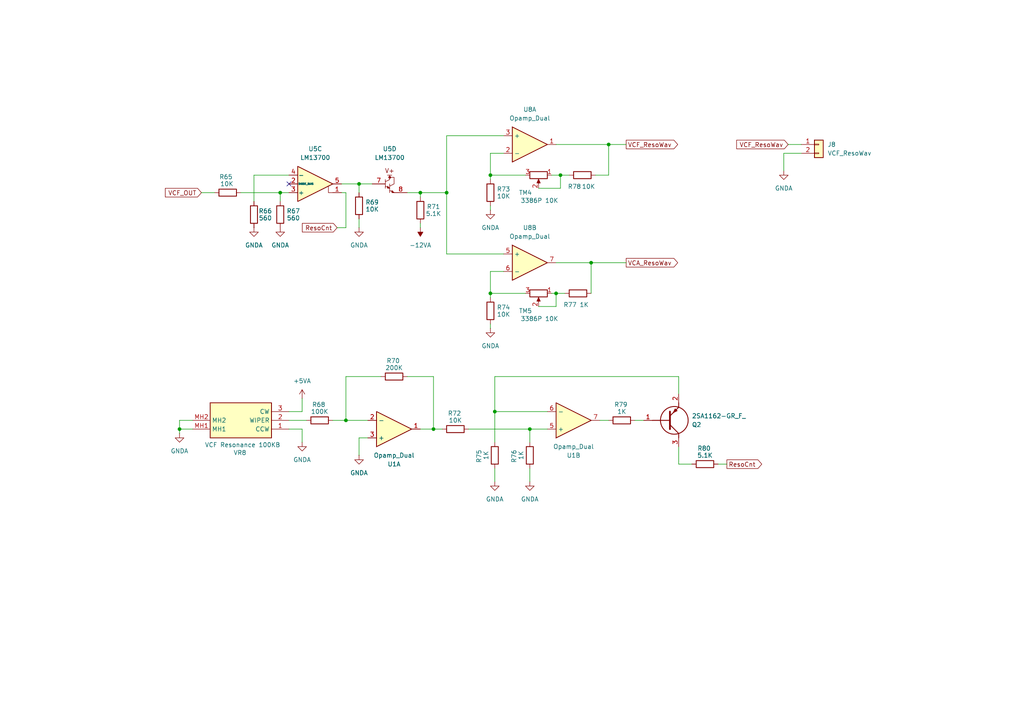
<source format=kicad_sch>
(kicad_sch (version 20250114) (generator "eeschema") (generator_version "9.0")
  (paper "A4")
  (lib_symbols
    (symbol "Amplifier_Operational:LM13700" (pin_names (offset 0.127))
      (property "Reference" "U" (at 3.81 5.08 0))
      (property "Value" "LM13700" (at 5.08 -5.08 0))
      (symbol "LM13700_1_1"
        (polyline (pts (xy 3.81 -0.635) (xy 3.81 -2.54) (xy 5.08 -2.54)))
        (polyline (pts (xy 5.08 0) (xy -5.08 -5.08) (xy -5.08 5.08) (xy 5.08 0)) (stroke (width 0.254)) (fill (type background)))
        (pin input line (at -7.62 2.54 0) (length 2.54) (name "-") (number "13"))
        (pin input line (at -7.62 0 0) (length 2.54) (name "DIODE_BIAS") (number "15"))
        (pin input line (at -7.62 -2.54 0) (length 2.54) (name "+") (number "14"))
        (pin output line (at 7.62 0 180) (length 2.54) (name "~") (number "12"))
        (pin input line (at 7.62 -2.54 180) (length 2.54) (name "~") (number "16"))
      )
      (symbol "LM13700_2_0"
        (polyline (pts (xy -1.905 2.54) (xy -3.175 2.54)))
      )
      (symbol "LM13700_2_1"
        (polyline (pts (xy -3.81 1.27) (xy -3.81 -1.27)))
        (polyline (pts (xy -3.81 0.635) (xy -2.54 1.27) (xy -2.54 1.905) (xy -2.54 2.54)))
        (polyline (pts (xy -3.81 -0.635) (xy -2.54 -1.27)))
        (circle (center -2.54 1.905) (radius 0.254) (stroke (width 0.254)) (fill (type outline)))
        (polyline (pts (xy -2.54 0) (xy -2.54 -2.54)))
        (polyline (pts (xy -2.54 -0.635) (xy -1.27 0) (xy -1.27 1.905) (xy -2.54 1.905)))
        (polyline (pts (xy -2.54 -1.27) (xy -3.175 -0.635) (xy -3.175 -1.27) (xy -2.54 -1.27)) (fill (type outline)))
        (polyline (pts (xy -2.54 -1.905) (xy -1.27 -2.54)))
        (polyline (pts (xy -1.27 -2.54) (xy -1.905 -1.905) (xy -1.905 -2.54) (xy -1.27 -2.54)) (fill (type outline)))
        (text "V+" (at -2.54 3.81 0) (effects (font (size 1.27 1.27))))
        (pin input line (at -7.62 0 0) (length 3.81) (name "~") (number "10"))
        (pin output line (at 2.54 -2.54 180) (length 3.81) (name "~") (number "9"))
      )
      (symbol "LM13700_3_1"
        (polyline (pts (xy 3.81 -0.635) (xy 3.81 -2.54) (xy 5.08 -2.54)))
        (polyline (pts (xy 5.08 0) (xy -5.08 -5.08) (xy -5.08 5.08) (xy 5.08 0)) (stroke (width 0.254)) (fill (type background)))
        (pin input line (at -7.62 2.54 0) (length 2.54) (name "-") (number "4"))
        (pin input line (at -7.62 0 0) (length 2.54) (name "DIODE_BIAS") (number "2"))
        (pin input line (at -7.62 -2.54 0) (length 2.54) (name "+") (number "3"))
        (pin output line (at 7.62 0 180) (length 2.54) (name "~") (number "5"))
        (pin input line (at 7.62 -2.54 180) (length 2.54) (name "~") (number "1"))
      )
      (symbol "LM13700_4_0"
        (polyline (pts (xy -3.175 2.54) (xy -1.905 2.54)))
        (text "V+" (at -2.54 3.81 0) (effects (font (size 1.27 1.27))))
      )
      (symbol "LM13700_4_1"
        (polyline (pts (xy -3.81 1.27) (xy -3.81 -1.27)))
        (polyline (pts (xy -3.81 0.635) (xy -2.54 1.27) (xy -2.54 2.54)))
        (polyline (pts (xy -3.81 -0.635) (xy -2.54 -1.27)))
        (circle (center -2.54 1.905) (radius 0.254) (stroke (width 0.254)) (fill (type outline)))
        (polyline (pts (xy -2.54 0) (xy -2.54 -2.54)))
        (polyline (pts (xy -2.54 -0.635) (xy -1.27 0) (xy -1.27 1.905) (xy -2.54 1.905)))
        (polyline (pts (xy -2.54 -1.27) (xy -3.175 -0.635) (xy -3.175 -1.27) (xy -2.54 -1.27)) (fill (type outline)))
        (polyline (pts (xy -2.54 -1.905) (xy -1.27 -2.54)))
        (polyline (pts (xy -1.27 -2.54) (xy -1.905 -1.905) (xy -1.905 -2.54) (xy -1.27 -2.54)) (fill (type outline)))
        (pin input line (at -7.62 0 0) (length 3.81) (name "~") (number "7"))
        (pin output line (at 2.54 -2.54 180) (length 3.81) (name "~") (number "8"))
      )
      (symbol "LM13700_5_1"
        (pin power_in line (at -2.54 7.62 270) (length 3.81) (name "V+") (number "11"))
        (pin power_in line (at -2.54 -7.62 90) (length 3.81) (name "V-") (number "6"))
      )
    )
    (symbol "Connector_Generic:Conn_01x02" (pin_names (offset 1.016) (hide yes))
      (property "Reference" "J" (at 0 2.54 0))
      (property "Value" "Conn_01x02" (at 0 -5.08 0))
      (symbol "Conn_01x02_1_1"
        (rectangle (start -1.27 1.27) (end 1.27 -3.81) (stroke (width 0.254)) (fill (type background)))
        (rectangle (start -1.27 0.127) (end 0 -0.127) (stroke (width 0.1524)))
        (rectangle (start -1.27 -2.413) (end 0 -2.667) (stroke (width 0.1524)))
        (pin passive line (at -5.08 0 0) (length 3.81) (name "Pin_1") (number "1"))
        (pin passive line (at -5.08 -2.54 0) (length 3.81) (name "Pin_2") (number "2"))
      )
    )
    (symbol "Device:Opamp_Dual"
      (property "Reference" "U" (at 0 5.08 0))
      (property "Value" "Opamp_Dual" (at 0 -5.08 0))
      (symbol "Opamp_Dual_1_1"
        (polyline (pts (xy -5.08 5.08) (xy 5.08 0) (xy -5.08 -5.08) (xy -5.08 5.08)) (stroke (width 0.254)) (fill (type background)))
        (pin input line (at -7.62 2.54 0) (length 2.54) (name "+") (number "3"))
        (pin input line (at -7.62 -2.54 0) (length 2.54) (name "-") (number "2"))
        (pin output line (at 7.62 0 180) (length 2.54) (name "~") (number "1"))
      )
      (symbol "Opamp_Dual_2_1"
        (polyline (pts (xy -5.08 5.08) (xy 5.08 0) (xy -5.08 -5.08) (xy -5.08 5.08)) (stroke (width 0.254)) (fill (type background)))
        (pin input line (at -7.62 2.54 0) (length 2.54) (name "+") (number "5"))
        (pin input line (at -7.62 -2.54 0) (length 2.54) (name "-") (number "6"))
        (pin output line (at 7.62 0 180) (length 2.54) (name "~") (number "7"))
      )
      (symbol "Opamp_Dual_3_1"
        (pin power_in line (at -2.54 7.62 270) (length 3.81) (name "V+") (number "8"))
        (pin power_in line (at -2.54 -7.62 90) (length 3.81) (name "V-") (number "4"))
      )
    )
    (symbol "Device:R" (pin_numbers (hide yes)) (pin_names (offset 0))
      (property "Reference" "R" (at 2.032 0 90))
      (property "Value" "R" (at 0 0 90))
      (symbol "R_0_1"
        (rectangle (start -1.016 -2.54) (end 1.016 2.54) (stroke (width 0.254)))
      )
      (symbol "R_1_1"
        (pin passive line (at 0 3.81 270) (length 1.27) (name "~") (number "1"))
        (pin passive line (at 0 -3.81 90) (length 1.27) (name "~") (number "2"))
      )
    )
    (symbol "Device:R_Potentiometer" (pin_names (offset 1.016) (hide yes))
      (property "Reference" "RV" (at -4.445 0 90))
      (property "Value" "R_Potentiometer" (at -2.54 0 90))
      (symbol "R_Potentiometer_0_1"
        (rectangle (start 1.016 2.54) (end -1.016 -2.54) (stroke (width 0.254)))
        (polyline (pts (xy 1.143 0) (xy 2.286 0.508) (xy 2.286 -0.508) (xy 1.143 0)) (fill (type outline)))
        (polyline (pts (xy 2.54 0) (xy 1.524 0)))
      )
      (symbol "R_Potentiometer_1_1"
        (pin passive line (at 0 3.81 270) (length 1.27) (name "1") (number "1"))
        (pin passive line (at 0 -3.81 90) (length 1.27) (name "3") (number "3"))
        (pin passive line (at 3.81 0 180) (length 1.27) (name "2") (number "2"))
      )
    )
    (symbol "SamacSys_Parts:2SA1162-GR_F_" (pin_names (hide yes))
      (property "Reference" "Q" (at 13.97 1.27 0))
      (property "Value" "2SA1162-GR_F_" (at 13.97 -1.27 0))
      (symbol "2SA1162-GR_F__1_1"
        (polyline (pts (xy 2.54 0) (xy 7.62 0)) (stroke (width 0.254)))
        (polyline (pts (xy 7.62 2.54) (xy 7.62 -2.54)) (stroke (width 0.508)))
        (polyline (pts (xy 7.62 1.27) (xy 10.16 3.81)) (stroke (width 0.254)))
        (polyline (pts (xy 7.62 -1.27) (xy 10.16 -3.81)) (stroke (width 0.254)))
        (circle (center 8.89 0) (radius 4.016) (stroke (width 0.254)))
        (polyline (pts (xy 9.652 -2.794) (xy 9.144 -3.302) (xy 8.636 -2.286) (xy 9.652 -2.794)) (stroke (width 0.254)) (fill (type outline)))
        (polyline (pts (xy 10.16 3.81) (xy 10.16 5.08)) (stroke (width 0.254)))
        (polyline (pts (xy 10.16 -3.81) (xy 10.16 -5.08)) (stroke (width 0.254)))
        (pin passive line (at 0 0 0) (length 2.54) (name "B") (number "1"))
        (pin passive line (at 10.16 7.62 270) (length 2.54) (name "C") (number "3"))
        (pin passive line (at 10.16 -7.62 90) (length 2.54) (name "E") (number "2"))
      )
    )
    (symbol "SamacSys_Parts:RK09D117000B"
      (property "Reference" "VR" (at 24.13 7.62 0))
      (property "Value" "RK09D117000B" (at 24.13 5.08 0))
      (symbol "RK09D117000B_1_1"
        (rectangle (start 5.08 2.54) (end 22.86 -7.62) (stroke (width 0.254)) (fill (type background)))
        (pin passive line (at 0 0 0) (length 5.08) (name "CCW") (number "1"))
        (pin passive line (at 0 -2.54 0) (length 5.08) (name "WIPER") (number "2"))
        (pin passive line (at 0 -5.08 0) (length 5.08) (name "CW") (number "3"))
        (pin passive line (at 27.94 0 180) (length 5.08) (name "MH1") (number "MH1"))
        (pin passive line (at 27.94 -2.54 180) (length 5.08) (name "MH2") (number "MH2"))
      )
    )
    (symbol "power:+5VA" (power) (pin_numbers (hide yes)) (pin_names (offset 0) (hide yes))
      (property "Value" "+5VA" (at 0 3.556 0))
      (symbol "+5VA_0_1"
        (polyline (pts (xy -0.762 1.27) (xy 0 2.54)))
        (polyline (pts (xy 0 2.54) (xy 0.762 1.27)))
        (polyline (pts (xy 0 0) (xy 0 2.54)))
      )
      (symbol "+5VA_1_1"
        (pin power_in line (at 0 0 90) (length 0) (name "~") (number "1"))
      )
    )
    (symbol "power:-12VA" (power) (pin_numbers (hide yes)) (pin_names (offset 0) (hide yes))
      (property "Value" "-12VA" (at 0 3.556 0))
      (symbol "-12VA_0_0"
        (pin power_in line (at 0 0 90) (length 0) (name "~") (number "1"))
      )
      (symbol "-12VA_0_1"
        (polyline (pts (xy 0 0) (xy 0 1.27) (xy 0.762 1.27) (xy 0 2.54) (xy -0.762 1.27) (xy 0 1.27)) (fill (type outline)))
      )
    )
    (symbol "power:GNDA" (power) (pin_numbers (hide yes)) (pin_names (offset 0) (hide yes))
      (property "Value" "GNDA" (at 0 -3.81 0))
      (symbol "GNDA_0_1"
        (polyline (pts (xy 0 0) (xy 0 -1.27) (xy 1.27 -1.27) (xy 0 -2.54) (xy -1.27 -1.27) (xy 0 -1.27)))
      )
      (symbol "GNDA_1_1"
        (pin power_in line (at 0 0 270) (length 0) (name "~") (number "1"))
      )
    )
  )
  (junction (at 142.24 50.8))
  (junction (at 162.56 50.8))
  (junction (at 100.33 121.92))
  (junction (at 161.29 85.09))
  (junction (at 52.07 124.46))
  (junction (at 125.73 124.46))
  (junction (at 121.92 55.88))
  (junction (at 176.53 41.91))
  (junction (at 143.51 119.38))
  (junction (at 142.24 85.09))
  (junction (at 153.67 124.46))
  (junction (at 171.45 76.2))
  (junction (at 129.54 55.88))
  (junction (at 104.14 53.34))
  (junction (at 81.28 55.88))
  (no_connect (at 83.82 53.34))
  (wire (pts (xy 176.53 41.91) (xy 181.61 41.91)))
  (wire (pts (xy 142.24 93.98) (xy 142.24 95.25)))
  (wire (pts (xy 176.53 50.8) (xy 172.72 50.8)))
  (wire (pts (xy 171.45 76.2) (xy 181.61 76.2)))
  (wire (pts (xy 83.82 124.46) (xy 87.63 124.46)))
  (wire (pts (xy 153.67 124.46) (xy 153.67 128.27)))
  (wire (pts (xy 83.82 55.88) (xy 81.28 55.88)))
  (wire (pts (xy 142.24 44.45) (xy 142.24 50.8)))
  (wire (pts (xy 158.75 119.38) (xy 143.51 119.38)))
  (wire (pts (xy 87.63 115.57) (xy 87.63 119.38)))
  (wire (pts (xy 184.15 121.92) (xy 186.69 121.92)))
  (wire (pts (xy 125.73 124.46) (xy 128.27 124.46)))
  (wire (pts (xy 171.45 85.09) (xy 171.45 76.2)))
  (wire (pts (xy 142.24 78.74) (xy 142.24 85.09)))
  (wire (pts (xy 161.29 85.09) (xy 163.83 85.09)))
  (wire (pts (xy 110.49 109.22) (xy 100.33 109.22)))
  (wire (pts (xy 52.07 124.46) (xy 55.88 124.46)))
  (wire (pts (xy 228.6 41.91) (xy 232.41 41.91)))
  (wire (pts (xy 156.21 54.61) (xy 162.56 54.61)))
  (wire (pts (xy 73.66 50.8) (xy 73.66 58.42)))
  (wire (pts (xy 143.51 135.89) (xy 143.51 139.7)))
  (wire (pts (xy 161.29 76.2) (xy 171.45 76.2)))
  (wire (pts (xy 87.63 119.38) (xy 83.82 119.38)))
  (wire (pts (xy 135.89 124.46) (xy 153.67 124.46)))
  (wire (pts (xy 142.24 78.74) (xy 146.05 78.74)))
  (wire (pts (xy 100.33 121.92) (xy 106.68 121.92)))
  (wire (pts (xy 81.28 55.88) (xy 69.85 55.88)))
  (wire (pts (xy 99.06 55.88) (xy 100.33 55.88)))
  (wire (pts (xy 121.92 124.46) (xy 125.73 124.46)))
  (wire (pts (xy 121.92 64.77) (xy 121.92 66.04)))
  (wire (pts (xy 196.85 134.62) (xy 196.85 129.54)))
  (wire (pts (xy 143.51 109.22) (xy 143.51 119.38)))
  (wire (pts (xy 121.92 55.88) (xy 118.11 55.88)))
  (wire (pts (xy 232.41 44.45) (xy 227.33 44.45)))
  (wire (pts (xy 142.24 85.09) (xy 152.4 85.09)))
  (wire (pts (xy 87.63 124.46) (xy 87.63 128.27)))
  (wire (pts (xy 129.54 73.66) (xy 129.54 55.88)))
  (wire (pts (xy 142.24 50.8) (xy 152.4 50.8)))
  (wire (pts (xy 52.07 121.92) (xy 52.07 124.46)))
  (wire (pts (xy 142.24 59.69) (xy 142.24 60.96)))
  (wire (pts (xy 104.14 127) (xy 106.68 127)))
  (wire (pts (xy 104.14 127) (xy 104.14 132.08)))
  (wire (pts (xy 121.92 57.15) (xy 121.92 55.88)))
  (wire (pts (xy 52.07 124.46) (xy 52.07 125.73)))
  (wire (pts (xy 173.99 121.92) (xy 176.53 121.92)))
  (wire (pts (xy 142.24 85.09) (xy 142.24 86.36)))
  (wire (pts (xy 129.54 55.88) (xy 129.54 39.37)))
  (wire (pts (xy 162.56 54.61) (xy 162.56 50.8)))
  (wire (pts (xy 158.75 124.46) (xy 153.67 124.46)))
  (wire (pts (xy 83.82 121.92) (xy 88.9 121.92)))
  (wire (pts (xy 176.53 50.8) (xy 176.53 41.91)))
  (wire (pts (xy 83.82 50.8) (xy 73.66 50.8)))
  (wire (pts (xy 100.33 109.22) (xy 100.33 121.92)))
  (wire (pts (xy 121.92 55.88) (xy 129.54 55.88)))
  (wire (pts (xy 161.29 41.91) (xy 176.53 41.91)))
  (wire (pts (xy 227.33 44.45) (xy 227.33 49.53)))
  (wire (pts (xy 100.33 66.04) (xy 97.79 66.04)))
  (wire (pts (xy 156.21 88.9) (xy 161.29 88.9)))
  (wire (pts (xy 125.73 124.46) (xy 125.73 109.22)))
  (wire (pts (xy 142.24 50.8) (xy 142.24 52.07)))
  (wire (pts (xy 107.95 53.34) (xy 104.14 53.34)))
  (wire (pts (xy 146.05 73.66) (xy 129.54 73.66)))
  (wire (pts (xy 104.14 63.5) (xy 104.14 66.04)))
  (wire (pts (xy 129.54 39.37) (xy 146.05 39.37)))
  (wire (pts (xy 200.66 134.62) (xy 196.85 134.62)))
  (wire (pts (xy 58.42 55.88) (xy 62.23 55.88)))
  (wire (pts (xy 118.11 109.22) (xy 125.73 109.22)))
  (wire (pts (xy 161.29 88.9) (xy 161.29 85.09)))
  (wire (pts (xy 146.05 44.45) (xy 142.24 44.45)))
  (wire (pts (xy 143.51 109.22) (xy 196.85 109.22)))
  (wire (pts (xy 160.02 50.8) (xy 162.56 50.8)))
  (wire (pts (xy 100.33 55.88) (xy 100.33 66.04)))
  (wire (pts (xy 143.51 119.38) (xy 143.51 128.27)))
  (wire (pts (xy 104.14 53.34) (xy 99.06 53.34)))
  (wire (pts (xy 210.82 134.62) (xy 208.28 134.62)))
  (wire (pts (xy 104.14 53.34) (xy 104.14 55.88)))
  (wire (pts (xy 160.02 85.09) (xy 161.29 85.09)))
  (wire (pts (xy 81.28 55.88) (xy 81.28 58.42)))
  (wire (pts (xy 162.56 50.8) (xy 165.1 50.8)))
  (wire (pts (xy 96.52 121.92) (xy 100.33 121.92)))
  (wire (pts (xy 196.85 114.3) (xy 196.85 109.22)))
  (wire (pts (xy 153.67 135.89) (xy 153.67 139.7)))
  (wire (pts (xy 55.88 121.92) (xy 52.07 121.92)))
  (global_label "VCF_ResoWav" (shape input) (at 228.6 41.91 180) (property "Intersheetrefs" "${INTERSHEET_REFS}" (effects (hide yes))))
  (global_label "VCF_ResoWav" (shape output) (at 181.61 41.91 0) (property "Intersheetrefs" "${INTERSHEET_REFS}" (effects (hide yes))))
  (global_label "VCA_ResoWav" (shape output) (at 181.61 76.2 0) (property "Intersheetrefs" "${INTERSHEET_REFS}" (effects (hide yes))))
  (global_label "VCF_OUT" (shape input) (at 58.42 55.88 180) (property "Intersheetrefs" "${INTERSHEET_REFS}" (effects (hide yes))))
  (global_label "ResoCnt" (shape output) (at 210.82 134.62 0) (property "Intersheetrefs" "${INTERSHEET_REFS}" (effects (hide yes))))
  (global_label "ResoCnt" (shape input) (at 97.79 66.04 180) (property "Intersheetrefs" "${INTERSHEET_REFS}" (effects (hide yes))))
  (symbol (lib_id "Device:R_Potentiometer") (at 156.21 85.09 270) (unit 1)
    (property "Reference" "TM5" (at 152.4 90.17 90))
    (property "Value" "3386P 10K" (at 156.464 92.456 90))
    (property "Footprint" "Potentiometer_THT:Potentiometer_Bourns_3386P_Vertical" (effects (hide yes)))
    (property "Description" "Potentiometer" (effects (hide yes)))
  )
  (symbol (lib_id "Device:R") (at 153.67 132.08 180) (unit 1)
    (property "Reference" "R76" (at 149.098 132.334 90))
    (property "Value" "1K" (at 151.13 132.08 90))
    (property "Footprint" "Resistor_THT:R_Axial_DIN0207_L6.3mm_D2.5mm_P2.54mm_Vertical" (effects (hide yes)))
    (property "Description" "Resistor" (effects (hide yes)))
  )
  (symbol (lib_id "Device:Opamp_Dual") (at 166.37 121.92 0) (mirror x) (unit 2)
    (property "Reference" "U1" (at 166.37 132.08 0))
    (property "Value" "Opamp_Dual" (at 166.37 129.54 0))
    (property "Footprint" "Package_SO:SOIC-8_3.9x4.9mm_P1.27mm" (effects (hide yes)))
    (property "Description" "Dual operational amplifier" (effects (hide yes)))
    (property "Sim.Library" "${KICAD9_SYMBOL_DIR}/Simulation_SPICE.sp" (effects (hide yes)))
    (property "Sim.Name" "kicad_builtin_opamp_dual" (effects (hide yes)))
    (property "Sim.Device" "SUBCKT" (effects (hide yes)))
    (property "Sim.Pins" "1=out1 2=in1- 3=in1+ 4=vee 5=in2+ 6=in2- 7=out2 8=vcc" (effects (hide yes)))
  )
  (symbol (lib_id "power:GNDA") (at 104.14 66.04 0) (mirror y) (unit 1)
    (property "Reference" "#PWR099" (effects (hide yes)))
    (property "Value" "GNDA" (at 104.14 71.12 0))
    (property "Description" "Power symbol creates a global label with name \"GNDA\" , analog ground" (effects (hide yes)))
  )
  (symbol (lib_id "Connector_Generic:Conn_01x02") (at 237.49 41.91 0) (unit 1)
    (property "Reference" "J8" (at 240.03 41.9099 0) (effects (justify left)))
    (property "Value" "VCF_ResoWav" (at 240.03 44.4499 0) (effects (justify left)))
    (property "Footprint" "Connector_PinSocket_2.54mm:PinSocket_1x02_P2.54mm_Vertical" (effects (hide yes)))
    (property "Description" "Generic connector, single row, 01x02, script generated (kicad-library-utils/schlib/autogen/connector/)" (effects (hide yes)))
  )
  (symbol (lib_id "power:+5VA") (at 87.63 115.57 0) (unit 1)
    (property "Reference" "#PWR097" (effects (hide yes)))
    (property "Value" "+5VA" (at 87.63 110.49 0))
    (property "Description" "Power symbol creates a global label with name \"+5VA\"" (effects (hide yes)))
  )
  (symbol (lib_id "power:GNDA") (at 73.66 66.04 0) (mirror y) (unit 1)
    (property "Reference" "#PWR095" (effects (hide yes)))
    (property "Value" "GNDA" (at 73.66 71.12 0))
    (property "Description" "Power symbol creates a global label with name \"GNDA\" , analog ground" (effects (hide yes)))
  )
  (symbol (lib_id "Device:R_Potentiometer") (at 156.21 50.8 270) (unit 1)
    (property "Reference" "TM4" (at 152.4 55.88 90))
    (property "Value" "3386P 10K" (at 156.464 58.166 90))
    (property "Footprint" "Potentiometer_THT:Potentiometer_Bourns_3386P_Vertical" (effects (hide yes)))
    (property "Description" "Potentiometer" (effects (hide yes)))
  )
  (symbol (lib_id "Amplifier_Operational:LM13700") (at 91.44 53.34 0) (unit 3)
    (property "Reference" "U5" (at 91.44 43.18 0))
    (property "Value" "LM13700" (at 91.44 45.72 0))
    (property "Footprint" "Package_SO:SOIC-16_3.9x9.9mm_P1.27mm" (effects (hide yes)))
    (property "Datasheet" "http://www.ti.com/lit/ds/symlink/lm13700.pdf" (effects (hide yes)))
    (property "Description" "Dual Operational Transconductance Amplifiers with Linearizing Diodes and Buffers, DIP-16/SOIC-16" (effects (hide yes)))
  )
  (symbol (lib_id "Device:R") (at 73.66 62.23 0) (mirror x) (unit 1)
    (property "Reference" "R66" (at 76.962 61.214 0))
    (property "Value" "560" (at 76.962 63.246 0))
    (property "Footprint" "Resistor_THT:R_Axial_DIN0207_L6.3mm_D2.5mm_P2.54mm_Vertical" (effects (hide yes)))
    (property "Description" "Resistor" (effects (hide yes)))
  )
  (symbol (lib_id "power:GNDA") (at 143.51 139.7 0) (unit 1)
    (property "Reference" "#PWR0104" (effects (hide yes)))
    (property "Value" "GNDA" (at 143.51 144.78 0))
    (property "Description" "Power symbol creates a global label with name \"GNDA\" , analog ground" (effects (hide yes)))
  )
  (symbol (lib_id "SamacSys_Parts:RK09D117000B") (at 83.82 124.46 180) (unit 1)
    (property "Reference" "VR8" (at 69.596 131.318 0))
    (property "Value" "VCF Resonance 100KB" (at 70.358 129.032 0))
    (property "Footprint" "SamacSys_parts:RK09D117000B" (effects (hide yes)))
    (property "Datasheet" "https://tech.alpsalpine.com/prod/j/html/potentiometer/rotarypotentiometers/rk09k/rk09d117000b.html" (effects (hide yes)))
    (property "Description" "9-inch insulated shaft snap-in type RK09K/RK09D series" (effects (hide yes)))
    (property "Height" "30" (effects (hide yes)))
    (property "Manufacturer_Name" "ALPS Electric" (effects (hide yes)))
    (property "Manufacturer_Part_Number" "RK09D117000B" (effects (hide yes)))
    (property "Mouser Part Number" "688-RK09D117000B" (effects (hide yes)))
    (property "Mouser Price/Stock" "https://www.mouser.co.uk/ProductDetail/Alps-Alpine/RK09D117000B?qs=3cOf6TWd2rbc67829PEbEQ%3D%3D" (effects (hide yes)))
  )
  (symbol (lib_id "Device:R") (at 167.64 85.09 90) (mirror x) (unit 1)
    (property "Reference" "R77" (at 165.354 88.392 90))
    (property "Value" "1K" (at 169.418 88.392 90))
    (property "Footprint" "Resistor_THT:R_Axial_DIN0207_L6.3mm_D2.5mm_P2.54mm_Vertical" (effects (hide yes)))
    (property "Description" "Resistor" (effects (hide yes)))
  )
  (symbol (lib_id "Device:R") (at 66.04 55.88 270) (mirror x) (unit 1)
    (property "Reference" "R65" (at 65.532 51.308 90))
    (property "Value" "10K" (at 65.786 53.34 90))
    (property "Footprint" "Resistor_THT:R_Axial_DIN0207_L6.3mm_D2.5mm_P2.54mm_Vertical" (effects (hide yes)))
    (property "Description" "Resistor" (effects (hide yes)))
  )
  (symbol (lib_id "power:GNDA") (at 81.28 66.04 0) (mirror y) (unit 1)
    (property "Reference" "#PWR096" (effects (hide yes)))
    (property "Value" "GNDA" (at 81.28 71.12 0))
    (property "Description" "Power symbol creates a global label with name \"GNDA\" , analog ground" (effects (hide yes)))
  )
  (symbol (lib_id "Device:R") (at 142.24 55.88 0) (mirror x) (unit 1)
    (property "Reference" "R73" (at 146.05 54.864 0))
    (property "Value" "10K" (at 146.05 56.896 0))
    (property "Footprint" "Resistor_THT:R_Axial_DIN0207_L6.3mm_D2.5mm_P2.54mm_Vertical" (effects (hide yes)))
    (property "Description" "Resistor" (effects (hide yes)))
  )
  (symbol (lib_id "power:-12VA") (at 121.92 66.04 180) (unit 1)
    (property "Reference" "#PWR0101" (effects (hide yes)))
    (property "Value" "-12VA" (at 121.92 71.12 0))
    (property "Description" "Power symbol creates a global label with name \"-12VA\"" (effects (hide yes)))
  )
  (symbol (lib_id "Device:R") (at 180.34 121.92 90) (unit 1)
    (property "Reference" "R79" (at 180.086 117.348 90))
    (property "Value" "1K" (at 180.34 119.38 90))
    (property "Footprint" "Resistor_THT:R_Axial_DIN0207_L6.3mm_D2.5mm_P2.54mm_Vertical" (effects (hide yes)))
    (property "Description" "Resistor" (effects (hide yes)))
  )
  (symbol (lib_id "SamacSys_Parts:2SA1162-GR_F_") (at 186.69 121.92 0) (mirror x) (unit 1)
    (property "Reference" "Q2" (at 200.66 123.1901 0) (effects (justify left)))
    (property "Value" "2SA1162-GR_F_" (at 200.66 120.6501 0) (effects (justify left)))
    (property "Footprint" "SamacSys_parts:1SS294LFT" (effects (hide yes)))
    (property "Datasheet" "https://toshiba.semicon-storage.com/ap-en/product/bipolar-transistor/bipolar-transistor/detail.2SA1162.html" (effects (hide yes)))
    (property "Description" "Transistor Toshiba 2SA1162-GR(F) PNP Bipolar Transistor, 0.15 A, 50 V, 3-Pin SC-59" (effects (hide yes)))
    (property "Height" "1.4" (effects (hide yes)))
    (property "Manufacturer_Name" "Toshiba" (effects (hide yes)))
    (property "Manufacturer_Part_Number" "2SA1162-GR(F)" (effects (hide yes)))
  )
  (symbol (lib_id "power:GNDA") (at 142.24 95.25 0) (mirror y) (unit 1)
    (property "Reference" "#PWR0103" (effects (hide yes)))
    (property "Value" "GNDA" (at 142.24 100.33 0))
    (property "Description" "Power symbol creates a global label with name \"GNDA\" , analog ground" (effects (hide yes)))
  )
  (symbol (lib_id "Device:R") (at 143.51 132.08 180) (unit 1)
    (property "Reference" "R75" (at 138.938 132.334 90))
    (property "Value" "1K" (at 140.97 132.08 90))
    (property "Footprint" "Resistor_THT:R_Axial_DIN0207_L6.3mm_D2.5mm_P2.54mm_Vertical" (effects (hide yes)))
    (property "Description" "Resistor" (effects (hide yes)))
  )
  (symbol (lib_id "power:GNDA") (at 52.07 125.73 0) (unit 1)
    (property "Reference" "#PWR094" (effects (hide yes)))
    (property "Value" "GNDA" (at 52.07 130.81 0))
    (property "Description" "Power symbol creates a global label with name \"GNDA\" , analog ground" (effects (hide yes)))
  )
  (symbol (lib_id "Device:R") (at 121.92 60.96 0) (mirror x) (unit 1)
    (property "Reference" "R71" (at 125.73 59.944 0))
    (property "Value" "5.1K" (at 125.73 61.976 0))
    (property "Footprint" "Resistor_THT:R_Axial_DIN0207_L6.3mm_D2.5mm_P2.54mm_Vertical" (effects (hide yes)))
    (property "Description" "Resistor" (effects (hide yes)))
  )
  (symbol (lib_id "Device:Opamp_Dual") (at 114.3 124.46 0) (mirror x) (unit 1)
    (property "Reference" "U1" (at 114.3 134.62 0))
    (property "Value" "Opamp_Dual" (at 114.3 132.08 0))
    (property "Footprint" "Package_SO:SOIC-8_3.9x4.9mm_P1.27mm" (effects (hide yes)))
    (property "Description" "Dual operational amplifier" (effects (hide yes)))
    (property "Sim.Library" "${KICAD9_SYMBOL_DIR}/Simulation_SPICE.sp" (effects (hide yes)))
    (property "Sim.Name" "kicad_builtin_opamp_dual" (effects (hide yes)))
    (property "Sim.Device" "SUBCKT" (effects (hide yes)))
    (property "Sim.Pins" "1=out1 2=in1- 3=in1+ 4=vee 5=in2+ 6=in2- 7=out2 8=vcc" (effects (hide yes)))
  )
  (symbol (lib_id "power:GNDA") (at 227.33 49.53 0) (mirror y) (unit 1)
    (property "Reference" "#PWR0106" (effects (hide yes)))
    (property "Value" "GNDA" (at 227.33 54.61 0))
    (property "Description" "Power symbol creates a global label with name \"GNDA\" , analog ground" (effects (hide yes)))
  )
  (symbol (lib_id "Amplifier_Operational:LM13700") (at 115.57 53.34 0) (unit 4)
    (property "Reference" "U5" (at 113.03 43.18 0))
    (property "Value" "LM13700" (at 113.03 45.72 0))
    (property "Footprint" "Package_SO:SOIC-16_3.9x9.9mm_P1.27mm" (effects (hide yes)))
    (property "Datasheet" "http://www.ti.com/lit/ds/symlink/lm13700.pdf" (effects (hide yes)))
    (property "Description" "Dual Operational Transconductance Amplifiers with Linearizing Diodes and Buffers, DIP-16/SOIC-16" (effects (hide yes)))
  )
  (symbol (lib_id "Device:R") (at 168.91 50.8 90) (mirror x) (unit 1)
    (property "Reference" "R78" (at 166.624 54.102 90))
    (property "Value" "10K" (at 170.688 54.102 90))
    (property "Footprint" "Resistor_THT:R_Axial_DIN0207_L6.3mm_D2.5mm_P2.54mm_Vertical" (effects (hide yes)))
    (property "Description" "Resistor" (effects (hide yes)))
  )
  (symbol (lib_id "power:GNDA") (at 142.24 60.96 0) (mirror y) (unit 1)
    (property "Reference" "#PWR0102" (effects (hide yes)))
    (property "Value" "GNDA" (at 142.24 66.04 0))
    (property "Description" "Power symbol creates a global label with name \"GNDA\" , analog ground" (effects (hide yes)))
  )
  (symbol (lib_id "Device:R") (at 114.3 109.22 90) (unit 1)
    (property "Reference" "R70" (at 114.046 104.648 90))
    (property "Value" "200K" (at 114.3 106.68 90))
    (property "Footprint" "Resistor_THT:R_Axial_DIN0207_L6.3mm_D2.5mm_P2.54mm_Vertical" (effects (hide yes)))
    (property "Description" "Resistor" (effects (hide yes)))
  )
  (symbol (lib_id "Device:R") (at 81.28 62.23 0) (mirror x) (unit 1)
    (property "Reference" "R67" (at 85.09 61.214 0))
    (property "Value" "560" (at 85.09 63.246 0))
    (property "Footprint" "Resistor_THT:R_Axial_DIN0207_L6.3mm_D2.5mm_P2.54mm_Vertical" (effects (hide yes)))
    (property "Description" "Resistor" (effects (hide yes)))
  )
  (symbol (lib_id "Device:R") (at 204.47 134.62 90) (unit 1)
    (property "Reference" "R80" (at 204.216 130.048 90))
    (property "Value" "5.1K" (at 204.47 132.08 90))
    (property "Footprint" "Resistor_THT:R_Axial_DIN0207_L6.3mm_D2.5mm_P2.54mm_Vertical" (effects (hide yes)))
    (property "Description" "Resistor" (effects (hide yes)))
  )
  (symbol (lib_id "Device:Opamp_Dual") (at 153.67 41.91 0) (unit 1)
    (property "Reference" "U8" (at 153.67 31.75 0))
    (property "Value" "Opamp_Dual" (at 153.67 34.29 0))
    (property "Footprint" "Package_SO:SOIC-8_3.9x4.9mm_P1.27mm" (effects (hide yes)))
    (property "Description" "Dual operational amplifier" (effects (hide yes)))
    (property "Sim.Library" "${KICAD9_SYMBOL_DIR}/Simulation_SPICE.sp" (effects (hide yes)))
    (property "Sim.Name" "kicad_builtin_opamp_dual" (effects (hide yes)))
    (property "Sim.Device" "SUBCKT" (effects (hide yes)))
    (property "Sim.Pins" "1=out1 2=in1- 3=in1+ 4=vee 5=in2+ 6=in2- 7=out2 8=vcc" (effects (hide yes)))
  )
  (symbol (lib_id "power:GNDA") (at 153.67 139.7 0) (unit 1)
    (property "Reference" "#PWR0105" (effects (hide yes)))
    (property "Value" "GNDA" (at 153.67 144.78 0))
    (property "Description" "Power symbol creates a global label with name \"GNDA\" , analog ground" (effects (hide yes)))
  )
  (symbol (lib_id "Device:Opamp_Dual") (at 153.67 76.2 0) (unit 2)
    (property "Reference" "U8" (at 153.67 66.04 0))
    (property "Value" "Opamp_Dual" (at 153.67 68.58 0))
    (property "Footprint" "Package_SO:SOIC-8_3.9x4.9mm_P1.27mm" (effects (hide yes)))
    (property "Description" "Dual operational amplifier" (effects (hide yes)))
    (property "Sim.Library" "${KICAD9_SYMBOL_DIR}/Simulation_SPICE.sp" (effects (hide yes)))
    (property "Sim.Name" "kicad_builtin_opamp_dual" (effects (hide yes)))
    (property "Sim.Device" "SUBCKT" (effects (hide yes)))
    (property "Sim.Pins" "1=out1 2=in1- 3=in1+ 4=vee 5=in2+ 6=in2- 7=out2 8=vcc" (effects (hide yes)))
  )
  (symbol (lib_id "Device:R") (at 132.08 124.46 90) (unit 1)
    (property "Reference" "R72" (at 131.826 119.888 90))
    (property "Value" "10K" (at 132.08 121.92 90))
    (property "Footprint" "Resistor_THT:R_Axial_DIN0207_L6.3mm_D2.5mm_P2.54mm_Vertical" (effects (hide yes)))
    (property "Description" "Resistor" (effects (hide yes)))
  )
  (symbol (lib_id "Device:R") (at 92.71 121.92 90) (unit 1)
    (property "Reference" "R68" (at 92.456 117.348 90))
    (property "Value" "100K" (at 92.71 119.38 90))
    (property "Footprint" "Resistor_THT:R_Axial_DIN0207_L6.3mm_D2.5mm_P2.54mm_Vertical" (effects (hide yes)))
    (property "Description" "Resistor" (effects (hide yes)))
  )
  (symbol (lib_id "power:GNDA") (at 87.63 128.27 0) (unit 1)
    (property "Reference" "#PWR098" (effects (hide yes)))
    (property "Value" "GNDA" (at 87.63 133.35 0))
    (property "Description" "Power symbol creates a global label with name \"GNDA\" , analog ground" (effects (hide yes)))
  )
  (symbol (lib_id "Device:R") (at 142.24 90.17 0) (mirror x) (unit 1)
    (property "Reference" "R74" (at 146.05 89.154 0))
    (property "Value" "10K" (at 146.05 91.186 0))
    (property "Footprint" "Resistor_THT:R_Axial_DIN0207_L6.3mm_D2.5mm_P2.54mm_Vertical" (effects (hide yes)))
    (property "Description" "Resistor" (effects (hide yes)))
  )
  (symbol (lib_id "Device:R") (at 104.14 59.69 0) (mirror x) (unit 1)
    (property "Reference" "R69" (at 107.95 58.674 0))
    (property "Value" "10K" (at 107.95 60.706 0))
    (property "Footprint" "Resistor_THT:R_Axial_DIN0207_L6.3mm_D2.5mm_P2.54mm_Vertical" (effects (hide yes)))
    (property "Description" "Resistor" (effects (hide yes)))
  )
  (symbol (lib_id "power:GNDA") (at 104.14 132.08 0) (unit 1)
    (property "Reference" "#PWR0100" (effects (hide yes)))
    (property "Value" "GNDA" (at 104.14 137.16 0))
    (property "Description" "Power symbol creates a global label with name \"GNDA\" , analog ground" (effects (hide yes)))
  )
)
</source>
